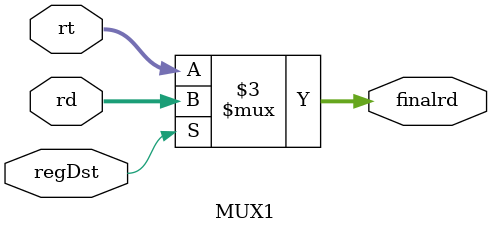
<source format=v>
module MUX1(
	input regDst,
	input[4:0] rt,rd,
	output reg [4:0]finalrd
);

always @*
begin 
	if(regDst)
		finalrd=rd;
	else
		finalrd=rt;
end

endmodule	
</source>
